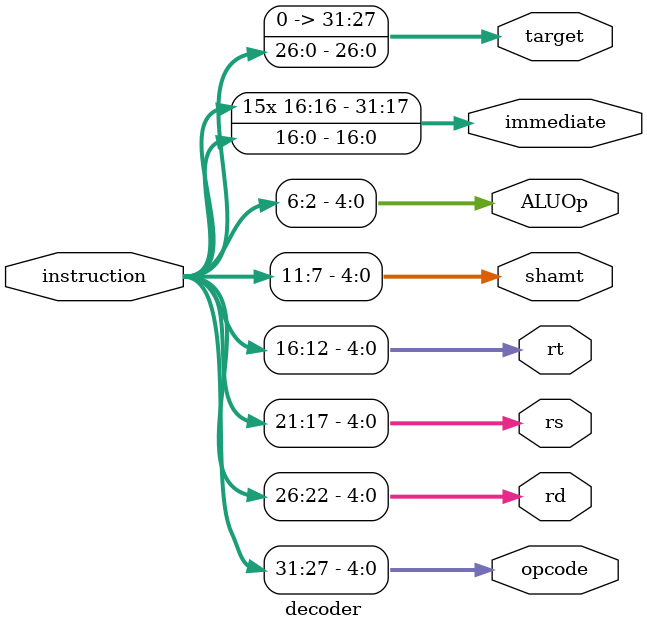
<source format=v>
module decoder(instruction, opcode, rd, rs, rt, shamt, ALUOp, immediate, target);

	input [31:0] instruction;
	output [4:0] opcode, rd, rs, rt, shamt, ALUOp;
	output [31:0] immediate, target;
	
	assign opcode = instruction[31:27];	
	assign rd = instruction[26:22];
	assign rs = instruction[21:17];
	assign rt = instruction[16:12];
	assign shamt = instruction[11:7];
	assign ALUOp = instruction[6:2];
	
	assign immediate[16:0] = instruction[16:0];
	genvar i;
	generate
	for (i = 17; i < 32; i = i+1)
		begin : sign_extend_immediate
		assign immediate[i] = immediate[16];
		end
	endgenerate
	
	assign target[26:0] = instruction[26:0];
	assign target[31:27] = 5'b0;
	
endmodule

</source>
